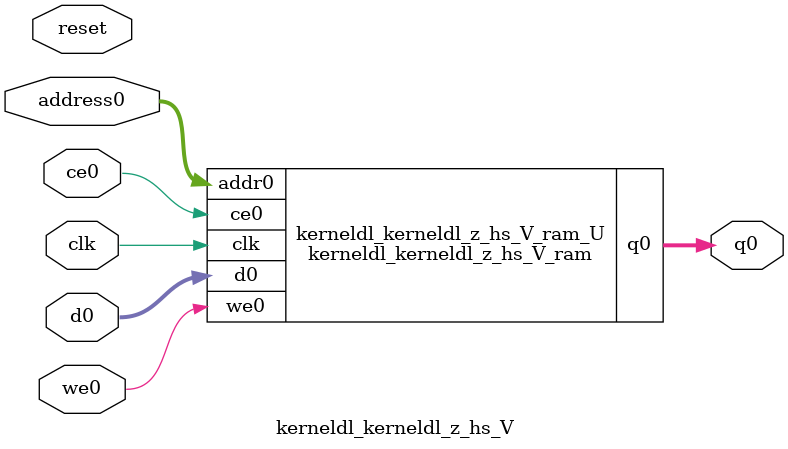
<source format=v>
`timescale 1 ns / 1 ps
module kerneldl_kerneldl_z_hs_V_ram (addr0, ce0, d0, we0, q0,  clk);

parameter DWIDTH = 16;
parameter AWIDTH = 16;
parameter MEM_SIZE = 48000;

input[AWIDTH-1:0] addr0;
input ce0;
input[DWIDTH-1:0] d0;
input we0;
output reg[DWIDTH-1:0] q0;
input clk;

(* ram_style = "block" *)reg [DWIDTH-1:0] ram[0:MEM_SIZE-1];




always @(posedge clk)  
begin 
    if (ce0) begin
        if (we0) 
            ram[addr0] <= d0; 
        q0 <= ram[addr0];
    end
end


endmodule

`timescale 1 ns / 1 ps
module kerneldl_kerneldl_z_hs_V(
    reset,
    clk,
    address0,
    ce0,
    we0,
    d0,
    q0);

parameter DataWidth = 32'd16;
parameter AddressRange = 32'd48000;
parameter AddressWidth = 32'd16;
input reset;
input clk;
input[AddressWidth - 1:0] address0;
input ce0;
input we0;
input[DataWidth - 1:0] d0;
output[DataWidth - 1:0] q0;



kerneldl_kerneldl_z_hs_V_ram kerneldl_kerneldl_z_hs_V_ram_U(
    .clk( clk ),
    .addr0( address0 ),
    .ce0( ce0 ),
    .we0( we0 ),
    .d0( d0 ),
    .q0( q0 ));

endmodule


</source>
